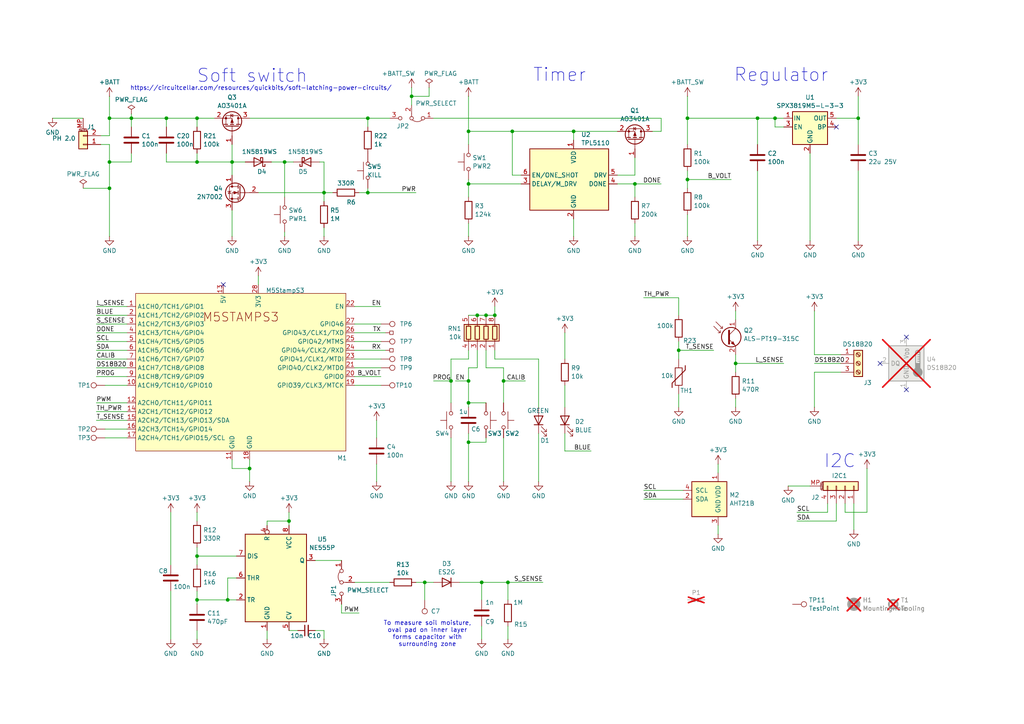
<source format=kicad_sch>
(kicad_sch (version 20250114) (generator "eeschema") (generator_version "9.0")
  (paper "A4")
  (title_block (date "5-Jan-2024") (rev "1.0a") (company "mjd@afork.com"))
  (text "Regulator" (at 226.568 21.844 0) (effects (font (size 3.81 3.81))))
  (text "To measure soil moisture,\noval pad on inner layer\nforms capacitor with\nsurrounding zone" (at 123.952 183.896 0) (effects (font (size 1.27 1.27))))
  (text "I2C" (at 243.586 133.858 0) (effects (font (size 3.81 3.81))))
  (text "Timer" (at 162.306 21.844 0) (effects (font (size 3.81 3.81))))
  (text "https://circuitcellar.com/resources/quickbits/soft-latching-power-circuits/" (at 75.692 25.654 0) (effects (font (size 1.27 1.27))))
  (text "Soft switch" (at 73.152 22.098 0) (effects (font (size 3.81 3.81))))
  (junction (at 138.43 91.44))
  (junction (at 139.7 168.91))
  (junction (at 72.39 135.89))
  (junction (at 135.89 128.27))
  (junction (at 38.1 34.29))
  (junction (at 213.36 105.41))
  (junction (at 93.98 55.88))
  (junction (at 83.82 151.13))
  (junction (at 57.15 34.29))
  (junction (at 199.39 52.07))
  (junction (at 66.04 173.99))
  (junction (at 31.75 46.99))
  (junction (at 140.97 91.44))
  (junction (at 199.39 34.29))
  (junction (at 130.81 110.49))
  (junction (at 248.92 34.29))
  (junction (at 106.68 55.88))
  (junction (at 123.19 168.91))
  (junction (at 31.75 34.29))
  (junction (at 143.51 91.44))
  (junction (at 147.32 168.91))
  (junction (at 57.15 173.99))
  (junction (at 57.15 161.29))
  (junction (at 146.05 110.49))
  (junction (at 135.89 38.1))
  (junction (at 31.75 54.61))
  (junction (at 184.15 53.34))
  (junction (at 135.89 53.34))
  (junction (at 135.89 110.49))
  (junction (at 82.55 46.99))
  (junction (at 196.85 101.6))
  (junction (at 224.79 34.29))
  (junction (at 166.37 38.1))
  (junction (at 219.71 34.29))
  (junction (at 135.89 116.84))
  (junction (at 48.26 34.29))
  (junction (at 106.68 34.29))
  (junction (at 148.59 38.1))
  (junction (at 67.31 46.99))
  (junction (at 119.38 27.94))
  (junction (at 57.15 46.99))
  (no_connect (at 262.89 97.79))
  (no_connect (at 242.57 36.83))
  (no_connect (at 255.27 105.41))
  (no_connect (at 262.89 113.03))
  (no_connect (at 64.77 82.55))
  (wire (pts (xy 93.98 46.99) (xy 93.98 55.88)))
  (wire (pts (xy 29.21 39.37) (xy 31.75 39.37)))
  (wire (pts (xy 231.14 151.13) (xy 242.57 151.13)))
  (wire (pts (xy 248.92 34.29) (xy 248.92 41.91)))
  (wire (pts (xy 27.94 88.9) (xy 36.83 88.9)))
  (wire (pts (xy 57.15 46.99) (xy 67.31 46.99)))
  (wire (pts (xy 135.89 116.84) (xy 140.97 116.84)))
  (wire (pts (xy 236.22 90.17) (xy 236.22 102.87)))
  (wire (pts (xy 236.22 107.95) (xy 243.84 107.95)))
  (wire (pts (xy 83.82 148.59) (xy 83.82 151.13)))
  (wire (pts (xy 179.07 53.34) (xy 184.15 53.34)))
  (wire (pts (xy 196.85 86.36) (xy 196.85 91.44)))
  (wire (pts (xy 102.87 93.98) (xy 110.49 93.98)))
  (wire (pts (xy 49.53 171.45) (xy 49.53 185.42)))
  (wire (pts (xy 38.1 34.29) (xy 31.75 34.29)))
  (wire (pts (xy 91.44 162.56) (xy 99.06 162.56)))
  (wire (pts (xy 199.39 62.23) (xy 199.39 68.58)))
  (wire (pts (xy 123.19 168.91) (xy 125.73 168.91)))
  (wire (pts (xy 184.15 53.34) (xy 191.77 53.34)))
  (wire (pts (xy 57.15 182.88) (xy 57.15 185.42)))
  (wire (pts (xy 31.75 46.99) (xy 38.1 46.99)))
  (wire (pts (xy 196.85 101.6) (xy 207.01 101.6)))
  (wire (pts (xy 38.1 36.83) (xy 38.1 34.29)))
  (wire (pts (xy 135.89 125.73) (xy 135.89 128.27)))
  (wire (pts (xy 77.47 151.13) (xy 83.82 151.13)))
  (wire (pts (xy 139.7 181.61) (xy 139.7 185.42)))
  (wire (pts (xy 147.32 168.91) (xy 139.7 168.91)))
  (wire (pts (xy 67.31 46.99) (xy 67.31 41.91)))
  (wire (pts (xy 74.93 80.01) (xy 74.93 82.55)))
  (wire (pts (xy 147.32 173.99) (xy 147.32 168.91)))
  (wire (pts (xy 135.89 116.84) (xy 135.89 118.11)))
  (wire (pts (xy 102.87 99.06) (xy 110.49 99.06)))
  (wire (pts (xy 31.75 54.61) (xy 31.75 68.58)))
  (wire (pts (xy 135.89 128.27) (xy 140.97 128.27)))
  (wire (pts (xy 199.39 49.53) (xy 199.39 52.07)))
  (wire (pts (xy 119.38 27.94) (xy 119.38 30.48)))
  (wire (pts (xy 27.94 119.38) (xy 36.83 119.38)))
  (wire (pts (xy 143.51 88.9) (xy 143.51 91.44)))
  (wire (pts (xy 93.98 66.04) (xy 93.98 68.58)))
  (wire (pts (xy 48.26 44.45) (xy 48.26 46.99)))
  (wire (pts (xy 27.94 121.92) (xy 36.83 121.92)))
  (wire (pts (xy 27.94 101.6) (xy 36.83 101.6)))
  (wire (pts (xy 208.28 134.62) (xy 208.28 137.16)))
  (wire (pts (xy 156.21 104.14) (xy 156.21 118.11)))
  (wire (pts (xy 99.06 175.26) (xy 99.06 177.8)))
  (wire (pts (xy 163.83 96.52) (xy 163.83 104.14)))
  (wire (pts (xy 140.97 127) (xy 140.97 128.27)))
  (wire (pts (xy 213.36 107.95) (xy 213.36 105.41)))
  (wire (pts (xy 67.31 50.8) (xy 67.31 46.99)))
  (wire (pts (xy 140.97 106.68) (xy 140.97 101.6)))
  (wire (pts (xy 57.15 171.45) (xy 57.15 173.99)))
  (wire (pts (xy 83.82 151.13) (xy 83.82 152.4)))
  (wire (pts (xy 31.75 46.99) (xy 31.75 54.61)))
  (wire (pts (xy 124.46 25.4) (xy 124.46 27.94)))
  (wire (pts (xy 135.89 52.07) (xy 135.89 53.34)))
  (wire (pts (xy 151.13 50.8) (xy 148.59 50.8)))
  (wire (pts (xy 146.05 127) (xy 146.05 139.7)))
  (wire (pts (xy 138.43 101.6) (xy 138.43 106.68)))
  (wire (pts (xy 135.89 53.34) (xy 135.89 57.15)))
  (wire (pts (xy 99.06 177.8) (xy 104.14 177.8)))
  (wire (pts (xy 166.37 63.5) (xy 166.37 68.58)))
  (wire (pts (xy 139.7 168.91) (xy 133.35 168.91)))
  (wire (pts (xy 245.11 148.59) (xy 251.46 148.59)))
  (wire (pts (xy 148.59 50.8) (xy 148.59 38.1)))
  (wire (pts (xy 199.39 52.07) (xy 199.39 54.61)))
  (wire (pts (xy 15.24 34.29) (xy 24.13 34.29)))
  (wire (pts (xy 198.12 144.78) (xy 186.69 144.78)))
  (wire (pts (xy 143.51 104.14) (xy 143.51 101.6)))
  (wire (pts (xy 146.05 110.49) (xy 152.4 110.49)))
  (wire (pts (xy 72.39 133.35) (xy 72.39 135.89)))
  (wire (pts (xy 30.48 127) (xy 36.83 127)))
  (wire (pts (xy 82.55 46.99) (xy 85.09 46.99)))
  (wire (pts (xy 57.15 173.99) (xy 66.04 173.99)))
  (wire (pts (xy 135.89 128.27) (xy 135.89 139.7)))
  (wire (pts (xy 102.87 104.14) (xy 110.49 104.14)))
  (wire (pts (xy 106.68 34.29) (xy 113.03 34.29)))
  (wire (pts (xy 57.15 161.29) (xy 57.15 163.83)))
  (wire (pts (xy 67.31 133.35) (xy 67.31 135.89)))
  (wire (pts (xy 236.22 102.87) (xy 243.84 102.87)))
  (wire (pts (xy 184.15 53.34) (xy 184.15 57.15)))
  (wire (pts (xy 93.98 182.88) (xy 93.98 185.42)))
  (wire (pts (xy 245.11 146.05) (xy 245.11 148.59)))
  (wire (pts (xy 135.89 91.44) (xy 138.43 91.44)))
  (wire (pts (xy 227.33 36.83) (xy 224.79 36.83)))
  (wire (pts (xy 48.26 34.29) (xy 48.26 36.83)))
  (wire (pts (xy 135.89 106.68) (xy 135.89 110.49)))
  (wire (pts (xy 77.47 152.4) (xy 77.47 151.13)))
  (wire (pts (xy 135.89 38.1) (xy 135.89 41.91)))
  (wire (pts (xy 166.37 40.64) (xy 166.37 38.1)))
  (wire (pts (xy 219.71 49.53) (xy 219.71 69.85)))
  (wire (pts (xy 213.36 105.41) (xy 227.33 105.41)))
  (wire (pts (xy 27.94 106.68) (xy 36.83 106.68)))
  (wire (pts (xy 31.75 34.29) (xy 31.75 39.37)))
  (wire (pts (xy 78.74 46.99) (xy 82.55 46.99)))
  (wire (pts (xy 248.92 49.53) (xy 248.92 69.85)))
  (wire (pts (xy 38.1 33.02) (xy 38.1 34.29)))
  (wire (pts (xy 219.71 34.29) (xy 219.71 41.91)))
  (wire (pts (xy 102.87 168.91) (xy 113.03 168.91)))
  (wire (pts (xy 27.94 116.84) (xy 36.83 116.84)))
  (wire (pts (xy 31.75 27.94) (xy 31.75 34.29)))
  (wire (pts (xy 57.15 158.75) (xy 57.15 161.29)))
  (wire (pts (xy 29.21 41.91) (xy 31.75 41.91)))
  (wire (pts (xy 146.05 106.68) (xy 140.97 106.68)))
  (wire (pts (xy 106.68 34.29) (xy 106.68 36.83)))
  (wire (pts (xy 130.81 104.14) (xy 130.81 110.49)))
  (wire (pts (xy 146.05 106.68) (xy 146.05 110.49)))
  (wire (pts (xy 102.87 111.76) (xy 110.49 111.76)))
  (wire (pts (xy 119.38 25.4) (xy 119.38 27.94)))
  (wire (pts (xy 27.94 99.06) (xy 36.83 99.06)))
  (wire (pts (xy 191.77 34.29) (xy 191.77 38.1)))
  (wire (pts (xy 166.37 38.1) (xy 148.59 38.1)))
  (wire (pts (xy 196.85 86.36) (xy 186.69 86.36)))
  (wire (pts (xy 231.14 148.59) (xy 240.03 148.59)))
  (wire (pts (xy 72.39 135.89) (xy 72.39 139.7)))
  (wire (pts (xy 102.87 109.22) (xy 110.49 109.22)))
  (wire (pts (xy 57.15 161.29) (xy 68.58 161.29)))
  (wire (pts (xy 130.81 127) (xy 130.81 139.7)))
  (wire (pts (xy 77.47 182.88) (xy 77.47 185.42)))
  (wire (pts (xy 213.36 102.87) (xy 213.36 105.41)))
  (wire (pts (xy 102.87 96.52) (xy 111.76 96.52)))
  (wire (pts (xy 213.36 90.17) (xy 213.36 92.71)))
  (wire (pts (xy 72.39 34.29) (xy 106.68 34.29)))
  (wire (pts (xy 30.48 124.46) (xy 36.83 124.46)))
  (wire (pts (xy 196.85 101.6) (xy 196.85 104.14)))
  (wire (pts (xy 132.08 110.49) (xy 135.89 110.49)))
  (wire (pts (xy 57.15 34.29) (xy 62.23 34.29)))
  (wire (pts (xy 208.28 152.4) (xy 208.28 154.94)))
  (wire (pts (xy 199.39 52.07) (xy 212.09 52.07)))
  (wire (pts (xy 138.43 91.44) (xy 140.97 91.44)))
  (wire (pts (xy 67.31 135.89) (xy 72.39 135.89)))
  (wire (pts (xy 57.15 173.99) (xy 57.15 175.26)))
  (wire (pts (xy 163.83 111.76) (xy 163.83 118.11)))
  (wire (pts (xy 123.19 168.91) (xy 123.19 173.99)))
  (wire (pts (xy 224.79 34.29) (xy 219.71 34.29)))
  (wire (pts (xy 102.87 101.6) (xy 111.76 101.6)))
  (wire (pts (xy 242.57 34.29) (xy 248.92 34.29)))
  (wire (pts (xy 135.89 104.14) (xy 135.89 101.6)))
  (wire (pts (xy 196.85 114.3) (xy 196.85 118.11)))
  (wire (pts (xy 186.69 142.24) (xy 198.12 142.24)))
  (wire (pts (xy 156.21 125.73) (xy 156.21 139.7)))
  (wire (pts (xy 38.1 44.45) (xy 38.1 46.99)))
  (wire (pts (xy 240.03 146.05) (xy 240.03 148.59)))
  (wire (pts (xy 102.87 106.68) (xy 110.49 106.68)))
  (wire (pts (xy 124.46 27.94) (xy 119.38 27.94)))
  (wire (pts (xy 234.95 44.45) (xy 234.95 69.85)))
  (wire (pts (xy 27.94 96.52) (xy 36.83 96.52)))
  (wire (pts (xy 125.73 110.49) (xy 130.81 110.49)))
  (wire (pts (xy 48.26 34.29) (xy 57.15 34.29)))
  (wire (pts (xy 67.31 46.99) (xy 71.12 46.99)))
  (wire (pts (xy 135.89 53.34) (xy 151.13 53.34)))
  (wire (pts (xy 102.87 88.9) (xy 110.49 88.9)))
  (wire (pts (xy 147.32 181.61) (xy 147.32 185.42)))
  (wire (pts (xy 74.93 55.88) (xy 93.98 55.88)))
  (wire (pts (xy 191.77 38.1) (xy 189.23 38.1)))
  (wire (pts (xy 135.89 64.77) (xy 135.89 68.58)))
  (wire (pts (xy 146.05 110.49) (xy 146.05 116.84)))
  (wire (pts (xy 242.57 146.05) (xy 242.57 151.13)))
  (wire (pts (xy 109.22 134.62) (xy 109.22 139.7)))
  (wire (pts (xy 93.98 182.88) (xy 91.44 182.88)))
  (wire (pts (xy 219.71 34.29) (xy 199.39 34.29)))
  (wire (pts (xy 163.83 130.81) (xy 171.45 130.81)))
  (wire (pts (xy 38.1 34.29) (xy 48.26 34.29)))
  (wire (pts (xy 179.07 50.8) (xy 184.15 50.8)))
  (wire (pts (xy 138.43 106.68) (xy 135.89 106.68)))
  (wire (pts (xy 184.15 50.8) (xy 184.15 45.72)))
  (wire (pts (xy 93.98 55.88) (xy 96.52 55.88)))
  (wire (pts (xy 27.94 91.44) (xy 36.83 91.44)))
  (wire (pts (xy 130.81 104.14) (xy 135.89 104.14)))
  (wire (pts (xy 248.92 34.29) (xy 248.92 27.94)))
  (wire (pts (xy 139.7 173.99) (xy 139.7 168.91)))
  (wire (pts (xy 224.79 34.29) (xy 224.79 36.83)))
  (wire (pts (xy 82.55 67.31) (xy 82.55 68.58)))
  (wire (pts (xy 247.65 146.05) (xy 247.65 153.67)))
  (wire (pts (xy 30.48 111.76) (xy 36.83 111.76)))
  (wire (pts (xy 82.55 46.99) (xy 82.55 57.15)))
  (wire (pts (xy 236.22 107.95) (xy 236.22 118.11)))
  (wire (pts (xy 135.89 110.49) (xy 135.89 116.84)))
  (wire (pts (xy 130.81 110.49) (xy 130.81 116.84)))
  (wire (pts (xy 109.22 121.92) (xy 109.22 127)))
  (wire (pts (xy 148.59 38.1) (xy 135.89 38.1)))
  (wire (pts (xy 166.37 38.1) (xy 179.07 38.1)))
  (wire (pts (xy 66.04 167.64) (xy 66.04 173.99)))
  (wire (pts (xy 184.15 64.77) (xy 184.15 68.58)))
  (wire (pts (xy 120.65 168.91) (xy 123.19 168.91)))
  (wire (pts (xy 199.39 34.29) (xy 199.39 41.91)))
  (wire (pts (xy 49.53 148.59) (xy 49.53 163.83)))
  (wire (pts (xy 125.73 34.29) (xy 191.77 34.29)))
  (wire (pts (xy 68.58 167.64) (xy 66.04 167.64)))
  (wire (pts (xy 243.84 105.41) (xy 236.22 105.41)))
  (wire (pts (xy 199.39 27.94) (xy 199.39 34.29)))
  (wire (pts (xy 83.82 182.88) (xy 86.36 182.88)))
  (wire (pts (xy 24.13 54.61) (xy 31.75 54.61)))
  (wire (pts (xy 67.31 60.96) (xy 67.31 68.58)))
  (wire (pts (xy 140.97 91.44) (xy 143.51 91.44)))
  (wire (pts (xy 251.46 135.89) (xy 251.46 148.59)))
  (wire (pts (xy 156.21 104.14) (xy 143.51 104.14)))
  (wire (pts (xy 93.98 55.88) (xy 93.98 58.42)))
  (wire (pts (xy 57.15 44.45) (xy 57.15 46.99)))
  (wire (pts (xy 27.94 109.22) (xy 36.83 109.22)))
  (wire (pts (xy 135.89 27.94) (xy 135.89 38.1)))
  (wire (pts (xy 106.68 55.88) (xy 120.65 55.88)))
  (wire (pts (xy 66.04 173.99) (xy 68.58 173.99)))
  (wire (pts (xy 27.94 104.14) (xy 36.83 104.14)))
  (wire (pts (xy 228.6 140.97) (xy 234.95 140.97)))
  (wire (pts (xy 227.33 34.29) (xy 224.79 34.29)))
  (wire (pts (xy 92.71 46.99) (xy 93.98 46.99)))
  (wire (pts (xy 57.15 148.59) (xy 57.15 151.13)))
  (wire (pts (xy 213.36 115.57) (xy 213.36 118.11)))
  (wire (pts (xy 163.83 125.73) (xy 163.83 130.81)))
  (wire (pts (xy 104.14 55.88) (xy 106.68 55.88)))
  (wire (pts (xy 48.26 46.99) (xy 57.15 46.99)))
  (wire (pts (xy 57.15 36.83) (xy 57.15 34.29)))
  (wire (pts (xy 196.85 99.06) (xy 196.85 101.6)))
  (wire (pts (xy 147.32 168.91) (xy 157.48 168.91)))
  (wire (pts (xy 27.94 93.98) (xy 36.83 93.98)))
  (wire (pts (xy 31.75 41.91) (xy 31.75 46.99)))
  (wire (pts (xy 106.68 54.61) (xy 106.68 55.88)))
  (label "SCL" (at 27.94 99.06 0))
  (label "BLUE" (at 171.45 130.81 180))
  (label "SCL" (at 186.69 142.24 0))
  (label "RX" (at 110.49 101.6 180))
  (label "B_VOLT" (at 110.49 109.22 180))
  (label "S_SENSE" (at 27.94 93.98 0))
  (label "DS18B20" (at 27.94 106.68 0))
  (label "EN" (at 132.08 110.49 0))
  (label "TH_PWR" (at 27.94 119.38 0))
  (label "DS18B20" (at 236.22 105.41 0))
  (label "T_SENSE" (at 207.01 101.6 180))
  (label "PWM" (at 104.14 177.8 180))
  (label "EN" (at 110.49 88.9 180))
  (label "TH_PWR" (at 186.69 86.36 0))
  (label "CALIB" (at 152.4 110.49 180))
  (label "SDA" (at 231.14 151.13 0))
  (label "SDA" (at 186.69 144.78 0))
  (label "CALIB" (at 27.94 104.14 0))
  (label "PWR" (at 120.65 55.88 180))
  (label "BLUE" (at 27.94 91.44 0))
  (label "L_SENSE" (at 227.33 105.41 180))
  (label "DONE" (at 27.94 96.52 0))
  (label "S_SENSE" (at 157.48 168.91 180))
  (label "L_SENSE" (at 27.94 88.9 0))
  (label "B_VOLT" (at 212.09 52.07 180))
  (label "PWM" (at 27.94 116.84 0))
  (label "PROG" (at 27.94 109.22 0))
  (label "DONE" (at 191.77 53.34 180))
  (label "PROG" (at 130.81 110.49 180))
  (label "T_SENSE" (at 27.94 121.92 0))
  (label "SDA" (at 27.94 101.6 0))
  (label "SCL" (at 231.14 148.59 0))
  (label "TX" (at 110.49 96.52 180))
  (symbol (lib_id "Device:R") (at 57.15 154.94 0) (unit 1)
    (property "Reference" "R12" (at 58.928 153.7278 0) (effects (justify left)))
    (property "Value" "330R" (at 58.928 156.1521 0) (effects (justify left)))
    (property "Footprint" "Resistor_SMD:R_0603_1608Metric" (effects (hide yes)))
    (property "Description" "Resistor" (effects (hide yes)))
  )
  (symbol (lib_id "power:GND") (at 82.55 68.58 0) (unit 1)
    (property "Reference" "#PWR013" (effects (hide yes)))
    (property "Value" "GND" (at 82.55 72.7131 0))
    (property "Description" "Power symbol creates a global label with name \"GND\" , ground" (effects (hide yes)))
  )
  (symbol (lib_id "Switch:SW_Push") (at 140.97 121.92 270) (mirror x) (unit 1)
    (property "Reference" "SW3" (at 145.542 125.73 90) (effects (justify right)))
    (property "Value" "EN" (effects (hide yes)))
    (property "Footprint" "local:SW_Push_SPST_NO_432" (effects (hide yes)))
    (property "Description" "Push button switch, generic, two pins" (effects (hide yes)))
    (property "LCSC" "C707339" (effects (hide yes)))
  )
  (symbol (lib_id "Connector:Screw_Terminal_01x03") (at 248.92 105.41 0) (unit 1)
    (property "Reference" "J3" (at 250.444 110.998 0) (effects (justify left)))
    (property "Value" "DS18B20" (at 244.348 99.822 0) (effects (justify left)))
    (property "Footprint" "Connector_PinHeader_2.54mm:PinHeader_1x03_P2.54mm_Vertical" (effects (hide yes)))
    (property "Description" "Generic screw terminal, single row, 01x03, script generated (kicad-library-utils/schlib/autogen/connector/)" (effects (hide yes)))
  )
  (symbol (lib_id "local:TestPoint") (at 110.49 106.68 0) (mirror x) (unit 1)
    (property "Reference" "TP9" (at 119.634 106.68 0) (effects (justify right)))
    (property "Value" "TestPoint" (effects (hide yes)))
    (property "Footprint" "local:TestPoint_Pad_1.0x1.0mm" (effects (hide yes)))
    (property "Description" "test point" (effects (hide yes)))
  )
  (symbol (lib_id "Device:R") (at 196.85 95.25 0) (unit 1)
    (property "Reference" "R23" (at 198.12 98.806 0) (effects (justify left)))
    (property "Value" "100k" (at 190.5 94.488 0) (effects (justify left)))
    (property "Footprint" "Resistor_SMD:R_0603_1608Metric" (effects (hide yes)))
    (property "Description" "Resistor" (effects (hide yes)))
  )
  (symbol (lib_id "Device:R") (at 135.89 60.96 0) (unit 1)
    (property "Reference" "R3" (at 137.668 59.7478 0) (effects (justify left)))
    (property "Value" "124k" (at 137.668 62.1721 0) (effects (justify left)))
    (property "Footprint" "Resistor_SMD:R_0603_1608Metric" (effects (hide yes)))
    (property "Description" "Resistor" (effects (hide yes)))
  )
  (symbol (lib_id "Device:R") (at 106.68 40.64 0) (unit 1)
    (property "Reference" "R22" (at 108.458 39.4278 0) (effects (justify left)))
    (property "Value" "1k" (at 108.458 41.8521 0) (effects (justify left)))
    (property "Footprint" "Resistor_SMD:R_0603_1608Metric" (effects (hide yes)))
    (property "Description" "Resistor" (effects (hide yes)))
  )
  (symbol (lib_id "power:GND") (at 247.65 153.67 0) (mirror y) (unit 1)
    (property "Reference" "#PWR035" (effects (hide yes)))
    (property "Value" "GND" (at 247.65 157.8031 0))
    (property "Description" "Power symbol creates a global label with name \"GND\" , ground" (effects (hide yes)))
  )
  (symbol (lib_id "power:GND") (at 31.75 68.58 0) (unit 1)
    (property "Reference" "#PWR06" (effects (hide yes)))
    (property "Value" "GND" (at 31.75 72.7131 0))
    (property "Description" "Power symbol creates a global label with name \"GND\" , ground" (effects (hide yes)))
  )
  (symbol (lib_id "Switch:SW_Push") (at 130.81 121.92 90) (unit 1)
    (property "Reference" "SW4" (at 126.238 125.73 90) (effects (justify right)))
    (property "Value" "PROG" (effects (hide yes)))
    (property "Footprint" "local:SW_Push_SPST_NO_432" (effects (hide yes)))
    (property "Description" "Push button switch, generic, two pins" (effects (hide yes)))
    (property "LCSC" "C707339" (effects (hide yes)))
  )
  (symbol (lib_id "power:PWR_FLAG") (at 24.13 54.61 0) (unit 1)
    (property "Reference" "#FLG02" (effects (hide yes)))
    (property "Value" "PWR_FLAG" (at 24.13 50.4769 0))
    (property "Description" "Special symbol for telling ERC where power comes from" (effects (hide yes)))
  )
  (symbol (lib_id "power:GND") (at 156.21 139.7 0) (unit 1)
    (property "Reference" "#PWR026" (effects (hide yes)))
    (property "Value" "GND" (at 156.21 143.8331 0))
    (property "Description" "Power symbol creates a global label with name \"GND\" , ground" (effects (hide yes)))
  )
  (symbol (lib_id "Device:R") (at 184.15 60.96 0) (unit 1)
    (property "Reference" "R7" (at 185.928 59.7478 0) (effects (justify left)))
    (property "Value" "200k" (at 185.928 62.1721 0) (effects (justify left)))
    (property "Footprint" "Resistor_SMD:R_0603_1608Metric" (effects (hide yes)))
    (property "Description" "Resistor" (effects (hide yes)))
  )
  (symbol (lib_id "local:TestPoint") (at 30.48 124.46 180) (unit 1)
    (property "Reference" "TP2" (at 22.606 124.46 0) (effects (justify right)))
    (property "Value" "TestPoint" (effects (hide yes)))
    (property "Footprint" "local:TestPoint_Pad_1.0x1.0mm" (effects (hide yes)))
    (property "Description" "test point" (effects (hide yes)))
  )
  (symbol (lib_id "Device:D_Schottky") (at 88.9 46.99 0) (mirror x) (unit 1)
    (property "Reference" "D5" (at 87.884 49.784 0))
    (property "Value" "1N5819WS" (at 88.5825 43.9998 0))
    (property "Footprint" "Diode_SMD:D_SOD-323" (effects (hide yes)))
    (property "Description" "Schottky diode" (effects (hide yes)))
    (property "LCSC" "C191023" (effects (hide yes)))
  )
  (symbol (lib_id "power:GND") (at 49.53 185.42 0) (unit 1)
    (property "Reference" "#PWR02" (effects (hide yes)))
    (property "Value" "GND" (at 49.53 189.5531 0))
    (property "Description" "Power symbol creates a global label with name \"GND\" , ground" (effects (hide yes)))
  )
  (symbol (lib_id "local:TestPoint") (at 30.48 127 180) (unit 1)
    (property "Reference" "TP3" (at 22.606 127 0) (effects (justify right)))
    (property "Value" "TestPoint" (effects (hide yes)))
    (property "Footprint" "local:TestPoint_Pad_1.0x1.0mm" (effects (hide yes)))
    (property "Description" "test point" (effects (hide yes)))
  )
  (symbol (lib_id "Device:R") (at 199.39 58.42 0) (unit 1)
    (property "Reference" "R8" (at 201.168 57.2078 0) (effects (justify left)))
    (property "Value" "100k" (at 201.168 59.6321 0) (effects (justify left)))
    (property "Footprint" "Resistor_SMD:R_0603_1608Metric" (effects (hide yes)))
    (property "Description" "Resistor" (effects (hide yes)))
  )
  (symbol (lib_id "Connector_Generic_MountingPin:Conn_01x04_MountingPin") (at 245.11 140.97 270) (mirror x) (unit 1)
    (property "Reference" "J2" (at 236.474 144.272 90))
    (property "Value" "I2C1" (at 243.4844 137.9798 90))
    (property "Footprint" "Connector_JST:JST_SH_SM04B-SRSS-TB_1x04-1MP_P1.00mm_Horizontal" (effects (hide yes)))
    (property "Description" "Generic connectable mounting pin connector, single row, 01x04, script generated (kicad-library-utils/schlib/autogen/connector/)" (effects (hide yes)))
  )
  (symbol (lib_id "Transistor_FET:AO3401A") (at 67.31 36.83 270) (mirror x) (unit 1)
    (property "Reference" "Q3" (at 67.31 28.2405 90))
    (property "Value" "AO3401A" (at 67.31 30.6648 90))
    (property "Footprint" "Package_TO_SOT_SMD:SOT-23" (effects (hide yes)))
    (property "Datasheet" "http://www.aosmd.com/pdfs/datasheet/AO3401A.pdf" (effects (hide yes)))
    (property "Description" "-4.0A Id, -30V Vds, P-Channel MOSFET, SOT-23" (effects (hide yes)))
  )
  (symbol (lib_id "Device:R") (at 57.15 167.64 0) (unit 1)
    (property "Reference" "R16" (at 58.928 166.4278 0) (effects (justify left)))
    (property "Value" "1k6" (at 58.928 168.8521 0) (effects (justify left)))
    (property "Footprint" "Resistor_SMD:R_0603_1608Metric" (effects (hide yes)))
    (property "Description" "Resistor" (effects (hide yes)))
  )
  (symbol (lib_id "Connector_Generic_MountingPin:Conn_01x02_MountingPin") (at 24.13 41.91 180) (unit 1)
    (property "Reference" "J1" (at 26.416 36.83 0))
    (property "Value" "PH 2.0" (at 18.542 40.132 0))
    (property "Footprint" "Connector_JST:JST_PH_S2B-PH-SM4-TB_1x02-1MP_P2.00mm_Horizontal" (effects (hide yes)))
    (property "Description" "Generic connectable mounting pin connector, single row, 01x02, script generated (kicad-library-utils/schlib/autogen/connector/)" (effects (hide yes)))
  )
  (symbol (lib_id "power:GND") (at 57.15 185.42 0) (unit 1)
    (property "Reference" "#PWR04" (effects (hide yes)))
    (property "Value" "GND" (at 57.15 189.5531 0))
    (property "Description" "Power symbol creates a global label with name \"GND\" , ground" (effects (hide yes)))
  )
  (symbol (lib_id "Device:R") (at 199.39 45.72 0) (unit 1)
    (property "Reference" "R1" (at 201.168 44.5078 0) (effects (justify left)))
    (property "Value" "100k" (at 201.168 46.9321 0) (effects (justify left)))
    (property "Footprint" "Resistor_SMD:R_0603_1608Metric" (effects (hide yes)))
    (property "Description" "Resistor" (effects (hide yes)))
  )
  (symbol (lib_id "power:+3V3") (at 143.51 88.9 0) (mirror y) (unit 1)
    (property "Reference" "#PWR025" (effects (hide yes)))
    (property "Value" "+3V3" (at 143.51 84.7669 0))
    (property "Description" "Power symbol creates a global label with name \"+3V3\"" (effects (hide yes)))
  )
  (symbol (lib_id "Device:C") (at 57.15 179.07 0) (unit 1)
    (property "Reference" "C11" (at 60.071 177.8578 0) (effects (justify left)))
    (property "Value" "470pF" (at 60.071 180.2821 0) (effects (justify left)))
    (property "Footprint" "Capacitor_SMD:C_0603_1608Metric" (effects (hide yes)))
    (property "Description" "Unpolarized capacitor" (effects (hide yes)))
  )
  (symbol (lib_id "power:GND") (at 93.98 68.58 0) (unit 1)
    (property "Reference" "#PWR014" (effects (hide yes)))
    (property "Value" "GND" (at 93.98 72.7131 0))
    (property "Description" "Power symbol creates a global label with name \"GND\" , ground" (effects (hide yes)))
  )
  (symbol (lib_id "local:PCB_Pin_Breakout") (at 114.3 101.6 0) (unit 1) (in_bom no)
    (property "Reference" "JP6" (effects (hide yes)))
    (property "Value" "PCB_Pin_Breakout" (effects (hide yes)))
    (property "Footprint" "local:TestPoint_Pad_1.0x1.0mm" (effects (hide yes)))
    (property "Description" "PCB pin breakout" (effects (hide yes)))
  )
  (symbol (lib_id "power:+3V3") (at 163.83 96.52 0) (mirror y) (unit 1)
    (property "Reference" "#PWR028" (effects (hide yes)))
    (property "Value" "+3V3" (at 163.83 92.3869 0))
    (property "Description" "Power symbol creates a global label with name \"+3V3\"" (effects (hide yes)))
  )
  (symbol (lib_id "Diode:1N4148") (at 129.54 168.91 180) (unit 1)
    (property "Reference" "D3" (at 129.54 163.4955 0))
    (property "Value" "ES2G" (at 129.54 165.9198 0))
    (property "Footprint" "Diode_SMD:D_SMA" (effects (hide yes)))
    (property "Datasheet" "https://www.lcsc.com/datasheet/lcsc_datasheet_2408051407_GOODWORK-ES2G_C2848675.pdf" (effects (hide yes)))
    (property "Description" "400V 2A 1.25V@6A fast recovery / high efficiency diode, SMA(DO-214AC)" (effects (hide yes)))
    (property "Sim.Device" "D" (effects (hide yes)))
    (property "Sim.Pins" "1=K 2=A" (effects (hide yes)))
    (property "LCSC" "C2848675" (effects (hide yes)))
  )
  (symbol (lib_id "power:GND") (at 228.6 140.97 0) (mirror y) (unit 1)
    (property "Reference" "#PWR049" (effects (hide yes)))
    (property "Value" "GND" (at 228.6 145.1031 0))
    (property "Description" "Power symbol creates a global label with name \"GND\" , ground" (effects (hide yes)))
  )
  (symbol (lib_id "local:TestPoint") (at 229.87 175.26 0) (unit 1) (on_board no)
    (property "Reference" "TP11" (at 234.569 174.0478 0) (effects (justify left)))
    (property "Value" "TestPoint" (at 234.569 176.4721 0) (effects (justify left)))
    (property "Footprint" "local:TestPoint_Pad_1.0x1.0mm" (effects (hide yes)))
    (property "Description" "test point" (effects (hide yes)))
  )
  (symbol (lib_id "Device:C_Small") (at 88.9 182.88 90) (unit 1)
    (property "Reference" "C10" (at 91.186 184.404 90))
    (property "Value" "10n" (at 86.106 184.404 90))
    (property "Footprint" "Capacitor_SMD:C_0603_1608Metric" (effects (hide yes)))
    (property "Description" "Unpolarized capacitor, small symbol" (effects (hide yes)))
  )
  (symbol (lib_id "Device:R") (at 116.84 168.91 90) (unit 1)
    (property "Reference" "R13" (at 116.84 163.7495 90))
    (property "Value" "10k" (at 116.84 166.1738 90))
    (property "Footprint" "Resistor_SMD:R_0603_1608Metric" (effects (hide yes)))
    (property "Description" "Resistor" (effects (hide yes)))
  )
  (symbol (lib_id "power:+3V3") (at 74.93 80.01 0) (mirror y) (unit 1)
    (property "Reference" "#PWR012" (effects (hide yes)))
    (property "Value" "+3V3" (at 74.93 75.8769 0))
    (property "Description" "Power symbol creates a global label with name \"+3V3\"" (effects (hide yes)))
  )
  (symbol (lib_id "Switch:SW_Push") (at 82.55 62.23 90) (unit 1)
    (property "Reference" "SW6" (at 83.693 61.0178 90) (effects (justify right)))
    (property "Value" "PWR1" (at 83.693 63.4421 90) (effects (justify right)))
    (property "Footprint" "local:SW_Push_SPST_NO_432" (effects (hide yes)))
    (property "Description" "Push button switch, generic, two pins" (effects (hide yes)))
    (property "LCSC" "C707339" (effects (hide yes)))
  )
  (symbol (lib_id "power:GND") (at 234.95 69.85 0) (unit 1)
    (property "Reference" "#PWR042" (effects (hide yes)))
    (property "Value" "GND" (at 234.95 73.9831 0))
    (property "Description" "Power symbol creates a global label with name \"GND\" , ground" (effects (hide yes)))
  )
  (symbol (lib_id "Transistor_FET:AO3401A") (at 184.15 40.64 270) (mirror x) (unit 1)
    (property "Reference" "Q1" (at 184.15 32.0505 90))
    (property "Value" "AO3401A" (at 184.15 34.4748 90))
    (property "Footprint" "Package_TO_SOT_SMD:SOT-23" (effects (hide yes)))
    (property "Datasheet" "http://www.aosmd.com/pdfs/datasheet/AO3401A.pdf" (effects (hide yes)))
    (property "Description" "-4.0A Id, -30V Vds, P-Channel MOSFET, SOT-23" (effects (hide yes)))
  )
  (symbol (lib_id "power:+3V3") (at 251.46 135.89 0) (mirror y) (unit 1)
    (property "Reference" "#PWR036" (effects (hide yes)))
    (property "Value" "+3V3" (at 251.46 131.7569 0))
    (property "Description" "Power symbol creates a global label with name \"+3V3\"" (effects (hide yes)))
  )
  (symbol (lib_id "power:GND") (at 93.98 185.42 0) (unit 1)
    (property "Reference" "#PWR09" (effects (hide yes)))
    (property "Value" "GND" (at 93.98 189.5531 0))
    (property "Description" "Power symbol creates a global label with name \"GND\" , ground" (effects (hide yes)))
  )
  (symbol (lib_id "power:GND") (at 236.22 118.11 0) (mirror y) (unit 1)
    (property "Reference" "#PWR039" (effects (hide yes)))
    (property "Value" "GND" (at 236.22 122.2431 0))
    (property "Description" "Power symbol creates a global label with name \"GND\" , ground" (effects (hide yes)))
  )
  (symbol (lib_id "power:GND") (at 15.24 34.29 0) (unit 1)
    (property "Reference" "#PWR045" (effects (hide yes)))
    (property "Value" "GND" (at 15.24 38.4231 0))
    (property "Description" "Power symbol creates a global label with name \"GND\" , ground" (effects (hide yes)))
  )
  (symbol (lib_id "power:+BATT") (at 135.89 27.94 0) (unit 1)
    (property "Reference" "#PWR021" (effects (hide yes)))
    (property "Value" "+BATT" (at 135.89 23.8069 0))
    (property "Description" "Power symbol creates a global label with name \"+BATT\"" (effects (hide yes)))
  )
  (symbol (lib_id "Device:C") (at 38.1 40.64 0) (unit 1)
    (property "Reference" "C1" (at 41.021 39.4278 0) (effects (justify left)))
    (property "Value" "100n" (at 41.021 41.8521 0) (effects (justify left)))
    (property "Footprint" "Capacitor_SMD:C_0603_1608Metric" (effects (hide yes)))
    (property "Description" "Unpolarized capacitor" (effects (hide yes)))
  )
  (symbol (lib_id "power:GND") (at 248.92 69.85 0) (unit 1)
    (property "Reference" "#PWR044" (effects (hide yes)))
    (property "Value" "GND" (at 248.92 73.9831 0))
    (property "Description" "Power symbol creates a global label with name \"GND\" , ground" (effects (hide yes)))
  )
  (symbol (lib_id "power:+3V3") (at 236.22 90.17 0) (mirror y) (unit 1)
    (property "Reference" "#PWR038" (effects (hide yes)))
    (property "Value" "+3V3" (at 236.22 86.0369 0))
    (property "Description" "Power symbol creates a global label with name \"+3V3\"" (effects (hide yes)))
  )
  (symbol (lib_id "local:Tooling") (at 259.08 175.26 0) (unit 1) (in_bom no) (on_board no) (dnp yes)
    (property "Reference" "T1" (at 261.239 174.0478 0) (effects (justify left)))
    (property "Value" "Tooling" (at 261.239 176.4721 0) (effects (justify left)))
    (property "Footprint" "local:JLC_Tooling_Hole" (effects (hide yes)))
    (property "Description" "JLC tooling hole" (effects (hide yes)))
  )
  (symbol (lib_id "power:GND") (at 130.81 139.7 0) (unit 1)
    (property "Reference" "#PWR023" (effects (hide yes)))
    (property "Value" "GND" (at 130.81 143.8331 0))
    (property "Description" "Power symbol creates a global label with name \"GND\" , ground" (effects (hide yes)))
  )
  (symbol (lib_id "Device:R") (at 93.98 62.23 0) (unit 1)
    (property "Reference" "R5" (at 95.758 61.0178 0) (effects (justify left)))
    (property "Value" "1M" (at 95.758 63.4421 0) (effects (justify left)))
    (property "Footprint" "Resistor_SMD:R_0603_1608Metric" (effects (hide yes)))
    (property "Description" "Resistor" (effects (hide yes)))
  )
  (symbol (lib_id "Sensor_Temperature:DS18B20") (at 262.89 105.41 0) (mirror y) (unit 1) (in_bom no) (on_board no) (dnp yes)
    (property "Reference" "U4" (at 268.7319 104.1978 0) (effects (justify right)))
    (property "Value" "DS18B20" (at 268.7319 106.6221 0) (effects (justify right)))
    (property "Footprint" "Package_TO_SOT_THT:TO-92_Inline" (effects (hide yes)))
    (property "Datasheet" "http://datasheets.maximintegrated.com/en/ds/DS18B20.pdf" (effects (hide yes)))
    (property "Description" "Programmable Resolution 1-Wire Digital Thermometer TO-92" (effects (hide yes)))
  )
  (symbol (lib_id "Device:D_Schottky") (at 74.93 46.99 180) (unit 1)
    (property "Reference" "D4" (at 75.946 49.784 0))
    (property "Value" "1N5819WS" (at 75.2475 43.9998 0))
    (property "Footprint" "Diode_SMD:D_SOD-323" (effects (hide yes)))
    (property "Description" "Schottky diode" (effects (hide yes)))
    (property "LCSC" "C191023" (effects (hide yes)))
  )
  (symbol (lib_id "power:GND") (at 166.37 68.58 0) (unit 1)
    (property "Reference" "#PWR027" (effects (hide yes)))
    (property "Value" "GND" (at 166.37 72.7131 0))
    (property "Description" "Power symbol creates a global label with name \"GND\" , ground" (effects (hide yes)))
  )
  (symbol (lib_id "Device:R") (at 213.36 111.76 0) (unit 1)
    (property "Reference" "R11" (at 215.138 110.5478 0) (effects (justify left)))
    (property "Value" "470R" (at 215.138 112.9721 0) (effects (justify left)))
    (property "Footprint" "Resistor_SMD:R_0603_1608Metric" (effects (hide yes)))
    (property "Description" "Resistor" (effects (hide yes)))
  )
  (symbol (lib_id "power:+3V3") (at 49.53 148.59 0) (mirror y) (unit 1)
    (property "Reference" "#PWR01" (effects (hide yes)))
    (property "Value" "+3V3" (at 49.53 144.4569 0))
    (property "Description" "Power symbol creates a global label with name \"+3V3\"" (effects (hide yes)))
  )
  (symbol (lib_id "Device:C") (at 48.26 40.64 0) (unit 1)
    (property "Reference" "C20" (at 51.181 39.4278 0) (effects (justify left)))
    (property "Value" "100n" (at 51.181 41.8521 0) (effects (justify left)))
    (property "Footprint" "Capacitor_SMD:C_0603_1608Metric" (effects (hide yes)))
    (property "Description" "Unpolarized capacitor" (effects (hide yes)))
  )
  (symbol (lib_id "Device:R_Pack04") (at 138.43 96.52 0) (mirror y) (unit 1)
    (property "Reference" "RN1" (at 133.858 95.3078 0) (effects (justify left)))
    (property "Value" "10k" (at 133.858 97.7321 0) (effects (justify left)))
    (property "Footprint" "Resistor_SMD:R_Array_Convex_4x0603" (effects (hide yes)))
    (property "Description" "4 resistor network, parallel topology" (effects (hide yes)))
    (property "LCSC" "C29718" (effects (hide yes)))
  )
  (symbol (lib_id "local:NE555P") (at 80.01 162.56 0) (unit 1)
    (property "Reference" "U5" (at 93.4622 156.415 0))
    (property "Value" "NE555P" (at 93.4622 158.8393 0))
    (property "Footprint" "Package_SO:SOIC-8_3.9x4.9mm_P1.27mm" (effects (hide yes)))
    (property "Datasheet" "http://www.ti.com/lit/ds/symlink/ne555.pdf" (effects (hide yes)))
    (property "Description" "Precision Timers, 555 compatible,  PDIP-8" (effects (hide yes)))
  )
  (symbol (lib_id "Device:C") (at 49.53 167.64 0) (unit 1)
    (property "Reference" "C8" (at 45.974 165.608 0) (effects (justify left)))
    (property "Value" "100n" (at 50.292 170.18 0) (effects (justify left)))
    (property "Footprint" "Capacitor_SMD:C_0603_1608Metric" (effects (hide yes)))
    (property "Description" "Unpolarized capacitor" (effects (hide yes)))
  )
  (symbol (lib_id "power:GND") (at 219.71 69.85 0) (unit 1)
    (property "Reference" "#PWR037" (effects (hide yes)))
    (property "Value" "GND" (at 219.71 73.9831 0))
    (property "Description" "Power symbol creates a global label with name \"GND\" , ground" (effects (hide yes)))
  )
  (symbol (lib_id "Switch:SW_Push") (at 146.05 121.92 270) (mirror x) (unit 1)
    (property "Reference" "SW2" (at 150.622 125.73 90) (effects (justify right)))
    (property "Value" "CALIB" (effects (hide yes)))
    (property "Footprint" "local:SW_Push_SPST_NO_432" (effects (hide yes)))
    (property "Description" "Push button switch, generic, two pins" (effects (hide yes)))
    (property "LCSC" "C707339" (effects (hide yes)))
  )
  (symbol (lib_id "Device:LED") (at 163.83 121.92 90) (unit 1)
    (property "Reference" "D2" (at 166.751 122.2953 90) (effects (justify right)))
    (property "Value" "BLUE" (at 166.751 124.7196 90) (effects (justify right)))
    (property "Footprint" "LED_SMD:LED_0603_1608Metric" (effects (hide yes)))
    (property "Description" "Light emitting diode" (effects (hide yes)))
  )
  (symbol (lib_id "Device:C") (at 139.7 177.8 0) (unit 1)
    (property "Reference" "C9" (at 140.716 180.34 0) (effects (justify left)))
    (property "Value" "1n" (at 140.716 174.752 0) (effects (justify left)))
    (property "Footprint" "Capacitor_SMD:C_0603_1608Metric" (effects (hide yes)))
    (property "Description" "Unpolarized capacitor" (effects (hide yes)))
  )
  (symbol (lib_id "power:GND") (at 72.39 139.7 0) (unit 1)
    (property "Reference" "#PWR010" (effects (hide yes)))
    (property "Value" "GND" (at 72.39 143.8331 0))
    (property "Description" "Power symbol creates a global label with name \"GND\" , ground" (effects (hide yes)))
  )
  (symbol (lib_id "power:GND") (at 199.39 68.58 0) (unit 1)
    (property "Reference" "#PWR034" (effects (hide yes)))
    (property "Value" "GND" (at 199.39 72.7131 0))
    (property "Description" "Power symbol creates a global label with name \"GND\" , ground" (effects (hide yes)))
  )
  (symbol (lib_id "power:GND") (at 139.7 185.42 0) (unit 1)
    (property "Reference" "#PWR017" (effects (hide yes)))
    (property "Value" "GND" (at 139.7 189.5531 0))
    (property "Description" "Power symbol creates a global label with name \"GND\" , ground" (effects (hide yes)))
  )
  (symbol (lib_id "Device:LED") (at 156.21 121.92 90) (unit 1)
    (property "Reference" "D1" (at 156.718 127.762 90) (effects (justify right)))
    (property "Value" "GREEN" (at 152.908 119.126 90) (effects (justify right)))
    (property "Footprint" "LED_SMD:LED_0603_1608Metric" (effects (hide yes)))
    (property "Description" "Light emitting diode" (effects (hide yes)))
  )
  (symbol (lib_id "power:+BATT") (at 199.39 27.94 0) (unit 1)
    (property "Reference" "#PWR033" (effects (hide yes)))
    (property "Value" "+BATT_SW" (at 199.39 23.8069 0))
    (property "Description" "Switched battery" (effects (hide yes)))
  )
  (symbol (lib_id "power:GND") (at 135.89 68.58 0) (unit 1)
    (property "Reference" "#PWR022" (effects (hide yes)))
    (property "Value" "GND" (at 135.89 72.7131 0))
    (property "Description" "Power symbol creates a global label with name \"GND\" , ground" (effects (hide yes)))
  )
  (symbol (lib_id "power:+3V3") (at 57.15 148.59 0) (mirror y) (unit 1)
    (property "Reference" "#PWR03" (effects (hide yes)))
    (property "Value" "+3V3" (at 57.15 144.4569 0))
    (property "Description" "Power symbol creates a global label with name \"+3V3\"" (effects (hide yes)))
  )
  (symbol (lib_id "local:TestPoint") (at 30.48 111.76 180) (unit 1)
    (property "Reference" "TP1" (at 22.606 111.76 0) (effects (justify right)))
    (property "Value" "TestPoint" (effects (hide yes)))
    (property "Footprint" "local:TestPoint_Pad_1.0x1.0mm" (effects (hide yes)))
    (property "Description" "test point" (effects (hide yes)))
  )
  (symbol (lib_id "Device:R") (at 163.83 107.95 0) (unit 1)
    (property "Reference" "R9" (at 165.608 106.7378 0) (effects (justify left)))
    (property "Value" "10k" (at 165.608 109.1621 0) (effects (justify left)))
    (property "Footprint" "Resistor_SMD:R_0603_1608Metric" (effects (hide yes)))
    (property "Description" "Resistor" (effects (hide yes)))
  )
  (symbol (lib_id "power:PWR_FLAG") (at 38.1 33.02 0) (unit 1)
    (property "Reference" "#FLG01" (effects (hide yes)))
    (property "Value" "PWR_FLAG" (at 38.1 28.8869 0))
    (property "Description" "Special symbol for telling ERC where power comes from" (effects (hide yes)))
  )
  (symbol (lib_id "power:+BATT") (at 119.38 25.4 0) (unit 1)
    (property "Reference" "#PWR019" (effects (hide yes)))
    (property "Value" "+BATT_SW" (at 115.57 21.336 0))
    (property "Description" "Switched battery" (effects (hide yes)))
  )
  (symbol (lib_id "Switch:SW_Push") (at 135.89 46.99 90) (unit 1)
    (property "Reference" "SW1" (at 137.033 45.7778 90) (effects (justify right)))
    (property "Value" "PWR2" (at 137.033 48.2021 90) (effects (justify right)))
    (property "Footprint" "local:SW_Push_SPST_NO_432" (effects (hide yes)))
    (property "Description" "Push button switch, generic, two pins" (effects (hide yes)))
    (property "LCSC" "C707339" (effects (hide yes)))
  )
  (symbol (lib_id "power:GND") (at 109.22 139.7 0) (unit 1)
    (property "Reference" "#PWR016" (effects (hide yes)))
    (property "Value" "GND" (at 109.22 143.8331 0))
    (property "Description" "Power symbol creates a global label with name \"GND\" , ground" (effects (hide yes)))
  )
  (symbol (lib_id "Device:R") (at 100.33 55.88 90) (unit 1)
    (property "Reference" "R6" (at 101.854 58.674 90))
    (property "Value" "330R" (at 100.33 53.1438 90))
    (property "Footprint" "Resistor_SMD:R_0603_1608Metric" (effects (hide yes)))
    (property "Description" "Resistor" (effects (hide yes)))
  )
  (symbol (lib_id "local:TestPoint") (at 110.49 93.98 0) (mirror x) (unit 1)
    (property "Reference" "TP6" (at 119.634 93.98 0) (effects (justify right)))
    (property "Value" "TestPoint" (effects (hide yes)))
    (property "Footprint" "local:TestPoint_Pad_1.0x1.0mm" (effects (hide yes)))
    (property "Description" "test point" (effects (hide yes)))
  )
  (symbol (lib_id "local:M5STAMPS3") (at 69.85 121.92 0) (unit 1)
    (property "Reference" "M1" (at 97.79 132.842 0) (effects (justify left)))
    (property "Value" "M5StampS3" (at 77.1241 84.2399 0) (effects (justify left)))
    (property "Footprint" "local:STAMP-S3-DIP" (effects (hide yes)))
    (property "Description" "Module M5Stack Stamp-S3" (effects (hide yes)))
  )
  (symbol (lib_id "Device:C") (at 248.92 45.72 0) (unit 1)
    (property "Reference" "C3" (at 251.841 44.5078 0) (effects (justify left)))
    (property "Value" "22u 25V" (at 251.841 46.9321 0) (effects (justify left)))
    (property "Footprint" "Capacitor_SMD:C_0805_2012Metric" (effects (hide yes)))
    (property "Description" "Unpolarized capacitor" (effects (hide yes)))
    (property "LCSC" "C45783" (effects (hide yes)))
  )
  (symbol (lib_id "local:TestPoint") (at 110.49 111.76 0) (mirror x) (unit 1)
    (property "Reference" "TP10" (at 119.634 111.76 0) (effects (justify right)))
    (property "Value" "TestPoint" (effects (hide yes)))
    (property "Footprint" "local:TestPoint_Pad_1.0x1.0mm" (effects (hide yes)))
    (property "Description" "test point" (effects (hide yes)))
  )
  (symbol (lib_id "power:GND") (at 147.32 185.42 0) (unit 1)
    (property "Reference" "#PWR018" (effects (hide yes)))
    (property "Value" "GND" (at 147.32 189.5531 0))
    (property "Description" "Power symbol creates a global label with name \"GND\" , ground" (effects (hide yes)))
  )
  (symbol (lib_id "local:TestPoint") (at 110.49 104.14 0) (mirror x) (unit 1)
    (property "Reference" "TP8" (at 119.634 104.14 0) (effects (justify right)))
    (property "Value" "TestPoint" (effects (hide yes)))
    (property "Footprint" "local:TestPoint_Pad_1.0x1.0mm" (effects (hide yes)))
    (property "Description" "test point" (effects (hide yes)))
  )
  (symbol (lib_id "Timer:TPL5110") (at 166.37 50.8 0) (unit 1)
    (property "Reference" "U2" (at 168.5641 39.0355 0) (effects (justify left)))
    (property "Value" "TPL5110" (at 168.5641 41.4598 0) (effects (justify left)))
    (property "Footprint" "Package_TO_SOT_SMD:SOT-23-6" (effects (hide yes)))
    (property "Datasheet" "http://www.ti.com/lit/ds/symlink/tpl5110.pdf" (effects (hide yes)))
    (property "Description" "Timer, Nano Power, Active-Low, 35 nA, 100 ms to 7200 s, VDD 1.8V to 5.5V, Iout max 1mA, SOT-23-6" (effects (hide yes)))
  )
  (symbol (lib_id "power:GND") (at 196.85 118.11 0) (unit 1)
    (property "Reference" "#PWR020" (effects (hide yes)))
    (property "Value" "GND" (at 196.85 122.2431 0))
    (property "Description" "Power symbol creates a global label with name \"GND\" , ground" (effects (hide yes)))
  )
  (symbol (lib_id "Jumper:Jumper_3_Bridged12") (at 99.06 168.91 90) (mirror x) (unit 1) (exclude_from_sim yes) (in_bom no)
    (property "Reference" "JP1" (at 96.774 171.45 0))
    (property "Value" "PWM_SELECT" (at 106.68 171.196 90))
    (property "Footprint" "Jumper:SolderJumper-3_P1.3mm_Bridged12_Pad1.0x1.5mm" (effects (hide yes)))
    (property "Description" "Jumper, 3-pole, pins 1+2 closed/bridged" (effects (hide yes)))
  )
  (symbol (lib_id "local:PCB_Patch") (at 201.93 173.99 0) (unit 1) (in_bom no) (on_board no) (dnp yes)
    (property "Reference" "P1" (at 201.93 171.8889 0))
    (property "Value" "PCB_Patch" (effects (hide yes)))
    (property "Footprint" "local:SolderJumper-2_P1.3mm_Bridged_Pad1.0x1.5mm" (effects (hide yes)))
    (property "Description" "Jumper, normally closed, small symbol" (effects (hide yes)))
  )
  (symbol (lib_id "local:PCB_Pin_Breakout") (at 114.3 96.52 0) (unit 1) (in_bom no)
    (property "Reference" "JP5" (effects (hide yes)))
    (property "Value" "PCB_Pin_Breakout" (effects (hide yes)))
    (property "Footprint" "local:TestPoint_Pad_1.0x1.0mm" (effects (hide yes)))
    (property "Description" "PCB pin breakout" (effects (hide yes)))
  )
  (symbol (lib_id "Jumper:Jumper_3_Bridged12") (at 119.38 34.29 180) (unit 1) (exclude_from_sim yes) (in_bom no)
    (property "Reference" "JP2" (at 116.84 36.576 0))
    (property "Value" "PWR_SELECT" (at 126.492 29.972 0))
    (property "Footprint" "Jumper:SolderJumper-3_P1.3mm_Bridged12_Pad1.0x1.5mm" (effects (hide yes)))
    (property "Description" "Jumper, 3-pole, pins 1+2 closed/bridged" (effects (hide yes)))
  )
  (symbol (lib_id "power:+BATT") (at 31.75 27.94 0) (unit 1)
    (property "Reference" "#PWR05" (effects (hide yes)))
    (property "Value" "+BATT" (at 31.75 23.8069 0))
    (property "Description" "Power symbol creates a global label with name \"+BATT\"" (effects (hide yes)))
  )
  (symbol (lib_id "Device:C") (at 135.89 121.92 0) (unit 1)
    (property "Reference" "C6" (at 136.652 124.46 0) (effects (justify left)))
    (property "Value" "1u" (at 133.096 119.38 0) (effects (justify left)))
    (property "Footprint" "Capacitor_SMD:C_0603_1608Metric" (effects (hide yes)))
    (property "Description" "Unpolarized capacitor" (effects (hide yes)))
  )
  (symbol (lib_id "Device:R") (at 57.15 40.64 0) (unit 1)
    (property "Reference" "R21" (at 58.928 39.4278 0) (effects (justify left)))
    (property "Value" "100k" (at 58.928 41.8521 0) (effects (justify left)))
    (property "Footprint" "Resistor_SMD:R_0603_1608Metric" (effects (hide yes)))
    (property "Description" "Resistor" (effects (hide yes)))
  )
  (symbol (lib_id "Switch:SW_Push") (at 106.68 49.53 90) (unit 1)
    (property "Reference" "SW5" (at 106.553 48.3178 90) (effects (justify right)))
    (property "Value" "KILL" (at 106.553 50.7421 90) (effects (justify right)))
    (property "Footprint" "local:SW_Push_SPST_NO_432" (effects (hide yes)))
    (property "Description" "Push button switch, generic, two pins" (effects (hide yes)))
  )
  (symbol (lib_id "power:GND") (at 146.05 139.7 0) (unit 1)
    (property "Reference" "#PWR029" (effects (hide yes)))
    (property "Value" "GND" (at 146.05 143.8331 0))
    (property "Description" "Power symbol creates a global label with name \"GND\" , ground" (effects (hide yes)))
  )
  (symbol (lib_id "power:+3V3") (at 109.22 121.92 0) (mirror y) (unit 1)
    (property "Reference" "#PWR015" (effects (hide yes)))
    (property "Value" "+3V3" (at 109.22 117.7869 0))
    (property "Description" "Power symbol creates a global label with name \"+3V3\"" (effects (hide yes)))
  )
  (symbol (lib_id "power:PWR_FLAG") (at 124.46 25.4 0) (unit 1)
    (property "Reference" "#FLG03" (effects (hide yes)))
    (property "Value" "PWR_FLAG" (at 127.762 21.336 0))
    (property "Description" "Special symbol for telling ERC where power comes from" (effects (hide yes)))
  )
  (symbol (lib_id "power:+3V3") (at 208.28 134.62 0) (mirror y) (unit 1)
    (property "Reference" "#PWR040" (effects (hide yes)))
    (property "Value" "+3V3" (at 208.28 130.4869 0))
    (property "Description" "Power symbol creates a global label with name \"+3V3\"" (effects (hide yes)))
  )
  (symbol (lib_id "power:GND") (at 184.15 68.58 0) (unit 1)
    (property "Reference" "#PWR030" (effects (hide yes)))
    (property "Value" "GND" (at 184.15 72.7131 0))
    (property "Description" "Power symbol creates a global label with name \"GND\" , ground" (effects (hide yes)))
  )
  (symbol (lib_id "Device:Thermistor") (at 196.85 109.22 0) (mirror y) (unit 1)
    (property "Reference" "TH1" (at 199.136 113.284 0))
    (property "Value" "10k" (at 193.548 108.966 0))
    (property "Footprint" "Resistor_SMD:R_0805_2012Metric" (effects (hide yes)))
    (property "Description" "Temperature dependent resistor" (effects (hide yes)))
    (property "LCSC" "C72672" (effects (hide yes)))
  )
  (symbol (lib_id "Device:R") (at 147.32 177.8 180) (unit 1)
    (property "Reference" "R15" (at 149.098 181.102 0) (effects (justify right)))
    (property "Value" "1M" (at 148.844 174.752 0) (effects (justify right)))
    (property "Footprint" "Resistor_SMD:R_0603_1608Metric" (effects (hide yes)))
    (property "Description" "Resistor" (effects (hide yes)))
  )
  (symbol (lib_id "local:MountingHole") (at 247.65 175.26 0) (unit 1) (in_bom no) (on_board no) (dnp yes)
    (property "Reference" "H1" (at 250.19 174.0478 0) (effects (justify left)))
    (property "Value" "MountingHole" (at 250.19 176.4721 0) (effects (justify left)))
    (property "Footprint" "ozhelm:MountingHole" (effects (hide yes)))
    (property "Description" "Mounting Hole without connection" (effects (hide yes)))
  )
  (symbol (lib_id "power:GND") (at 213.36 118.11 0) (mirror y) (unit 1)
    (property "Reference" "#PWR032" (effects (hide yes)))
    (property "Value" "GND" (at 213.36 122.2431 0))
    (property "Description" "Power symbol creates a global label with name \"GND\" , ground" (effects (hide yes)))
  )
  (symbol (lib_id "local:TestPoint") (at 123.19 173.99 90) (mirror x) (unit 1)
    (property "Reference" "C7" (at 124.968 177.292 90) (effects (justify right)))
    (property "Value" "PCB CAP" (effects (hide yes)))
    (property "Footprint" "local:pcb-cap" (effects (hide yes)))
    (property "Description" "test point" (effects (hide yes)))
  )
  (symbol (lib_id "power:GND") (at 67.31 68.58 0) (unit 1)
    (property "Reference" "#PWR011" (effects (hide yes)))
    (property "Value" "GND" (at 67.31 72.7131 0))
    (property "Description" "Power symbol creates a global label with name \"GND\" , ground" (effects (hide yes)))
  )
  (symbol (lib_id "Device:Q_Photo_NPN") (at 210.82 97.79 0) (unit 1)
    (property "Reference" "Q2" (at 215.6714 95.8285 0) (effects (justify left)))
    (property "Value" "ALS-PT19-315C" (at 215.6714 98.2528 0) (effects (justify left)))
    (property "Footprint" "Diode_SMD:D_0603_1608Metric" (effects (hide yes)))
    (property "Description" "NPN phototransistor, collector/emitter" (effects (hide yes)))
    (property "LCSC" "C146233" (effects (hide yes)))
  )
  (symbol (lib_id "power:+3V3") (at 213.36 90.17 0) (mirror y) (unit 1)
    (property "Reference" "#PWR031" (effects (hide yes)))
    (property "Value" "+3V3" (at 213.36 86.0369 0))
    (property "Description" "Power symbol creates a global label with name \"+3V3\"" (effects (hide yes)))
  )
  (symbol (lib_id "power:+3V3") (at 248.92 27.94 0) (mirror y) (unit 1)
    (property "Reference" "#PWR043" (effects (hide yes)))
    (property "Value" "+3V3" (at 248.92 23.8069 0))
    (property "Description" "Power symbol creates a global label with name \"+3V3\"" (effects (hide yes)))
  )
  (symbol (lib_id "power:+3V3") (at 83.82 148.59 0) (mirror y) (unit 1)
    (property "Reference" "#PWR08" (effects (hide yes)))
    (property "Value" "+3V3" (at 83.82 144.4569 0))
    (property "Description" "Power symbol creates a global label with name \"+3V3\"" (effects (hide yes)))
  )
  (symbol (lib_id "Device:Q_NMOS_DGS") (at 69.85 55.88 0) (mirror y) (unit 1)
    (property "Reference" "Q4" (at 64.643 54.6678 0) (effects (justify left)))
    (property "Value" "2N7002" (at 64.643 57.0921 0) (effects (justify left)))
    (property "Footprint" "Package_TO_SOT_SMD:SOT-23" (effects (hide yes)))
    (property "Description" "N-MOSFET transistor, drain/gate/source" (effects (hide yes)))
  )
  (symbol (lib_id "local:AHT21B") (at 205.74 144.78 0) (unit 1)
    (property "Reference" "M2" (at 211.582 143.5678 0) (effects (justify left)))
    (property "Value" "AHT21B" (at 211.582 145.9921 0) (effects (justify left)))
    (property "Footprint" "local:AHT21B" (effects (hide yes)))
    (property "Datasheet" "https://www.lcsc.com/datasheet/lcsc_datasheet_2205121430_Aosong--Guangzhou-Elec-AHT21B_C3012624.pdf" (effects (hide yes)))
    (property "Description" "Relative Humidity and Temperature Sensor with I2C Interface" (effects (hide yes)))
    (property "LCSC" "C3012624" (effects (hide yes)))
  )
  (symbol (lib_id "Regulator_Linear:SPX3819M5-L-3-3") (at 234.95 36.83 0) (unit 1)
    (property "Reference" "U1" (at 234.95 28.2405 0))
    (property "Value" "SPX3819M5-L-3-3" (at 234.95 30.6648 0))
    (property "Footprint" "Package_TO_SOT_SMD:SOT-23-5" (effects (hide yes)))
    (property "Datasheet" "https://www.exar.com/content/document.ashx?id=22106&languageid=1033&type=Datasheet&partnumber=SPX3819&filename=SPX3819.pdf&part=SPX3819" (effects (hide yes)))
    (property "Description" "500mA Low drop-out regulator, Fixed Output 3.3V, SOT-23-5" (effects (hide yes)))
  )
  (symbol (lib_id "power:GND") (at 77.47 185.42 0) (unit 1)
    (property "Reference" "#PWR07" (effects (hide yes)))
    (property "Value" "GND" (at 77.47 189.5531 0))
    (property "Description" "Power symbol creates a global label with name \"GND\" , ground" (effects (hide yes)))
  )
  (symbol (lib_id "power:GND") (at 135.89 139.7 0) (unit 1)
    (property "Reference" "#PWR024" (effects (hide yes)))
    (property "Value" "GND" (at 135.89 143.8331 0))
    (property "Description" "Power symbol creates a global label with name \"GND\" , ground" (effects (hide yes)))
  )
  (symbol (lib_id "Device:C") (at 219.71 45.72 0) (unit 1)
    (property "Reference" "C2" (at 222.631 44.5078 0) (effects (justify left)))
    (property "Value" "100n" (at 222.631 46.9321 0) (effects (justify left)))
    (property "Footprint" "Capacitor_SMD:C_0603_1608Metric" (effects (hide yes)))
    (property "Description" "Unpolarized capacitor" (effects (hide yes)))
  )
  (symbol (lib_id "local:TestPoint") (at 110.49 99.06 0) (mirror x) (unit 1)
    (property "Reference" "TP7" (at 119.634 99.06 0) (effects (justify right)))
    (property "Value" "TestPoint" (effects (hide yes)))
    (property "Footprint" "local:TestPoint_Pad_1.0x1.0mm" (effects (hide yes)))
    (property "Description" "test point" (effects (hide yes)))
  )
  (symbol (lib_id "Device:C") (at 109.22 130.81 0) (unit 1) (in_bom no) (on_board no)
    (property "Reference" "C4" (at 112.141 129.5978 0) (effects (justify left)))
    (property "Value" "100n" (at 112.141 132.0221 0) (effects (justify left)))
    (property "Footprint" "Capacitor_SMD:C_0603_1608Metric" (effects (hide yes)))
    (property "Description" "Unpolarized capacitor" (effects (hide yes)))
  )
  (symbol (lib_id "power:GND") (at 208.28 154.94 0) (mirror y) (unit 1)
    (property "Reference" "#PWR041" (effects (hide yes)))
    (property "Value" "GND" (at 208.28 159.0731 0))
    (property "Description" "Power symbol creates a global label with name \"GND\" , ground" (effects (hide yes)))
  )
)
</source>
